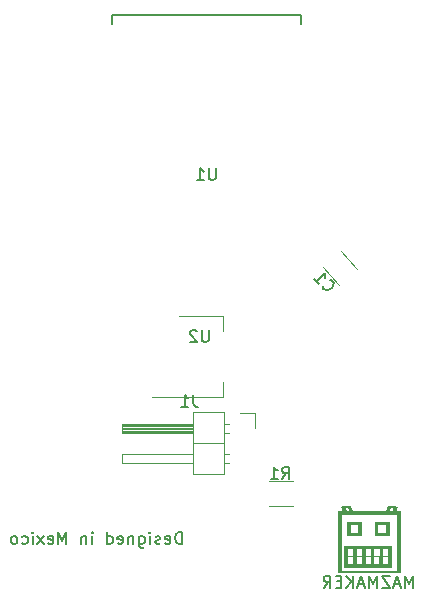
<source format=gbo>
G04 #@! TF.GenerationSoftware,KiCad,Pcbnew,(2017-05-14 revision 14bb238b3)-makepkg*
G04 #@! TF.CreationDate,2017-07-12T11:42:09-06:00*
G04 #@! TF.ProjectId,001,3030312E6B696361645F706362000000,rev?*
G04 #@! TF.FileFunction,Legend,Bot*
G04 #@! TF.FilePolarity,Positive*
%FSLAX46Y46*%
G04 Gerber Fmt 4.6, Leading zero omitted, Abs format (unit mm)*
G04 Created by KiCad (PCBNEW (2017-05-14 revision 14bb238b3)-makepkg) date 07/12/17 11:42:09*
%MOMM*%
%LPD*%
G01*
G04 APERTURE LIST*
%ADD10C,0.100000*%
%ADD11C,0.152400*%
%ADD12C,0.120000*%
%ADD13C,0.010000*%
%ADD14C,0.150000*%
G04 APERTURE END LIST*
D10*
D11*
X128193361Y-104653179D02*
X128193361Y-103637179D01*
X127951457Y-103637179D01*
X127806314Y-103685560D01*
X127709552Y-103782321D01*
X127661171Y-103879083D01*
X127612790Y-104072607D01*
X127612790Y-104217750D01*
X127661171Y-104411274D01*
X127709552Y-104508036D01*
X127806314Y-104604798D01*
X127951457Y-104653179D01*
X128193361Y-104653179D01*
X126790314Y-104604798D02*
X126887076Y-104653179D01*
X127080600Y-104653179D01*
X127177361Y-104604798D01*
X127225742Y-104508036D01*
X127225742Y-104120988D01*
X127177361Y-104024226D01*
X127080600Y-103975845D01*
X126887076Y-103975845D01*
X126790314Y-104024226D01*
X126741933Y-104120988D01*
X126741933Y-104217750D01*
X127225742Y-104314512D01*
X126354885Y-104604798D02*
X126258123Y-104653179D01*
X126064600Y-104653179D01*
X125967838Y-104604798D01*
X125919457Y-104508036D01*
X125919457Y-104459655D01*
X125967838Y-104362893D01*
X126064600Y-104314512D01*
X126209742Y-104314512D01*
X126306504Y-104266131D01*
X126354885Y-104169369D01*
X126354885Y-104120988D01*
X126306504Y-104024226D01*
X126209742Y-103975845D01*
X126064600Y-103975845D01*
X125967838Y-104024226D01*
X125484028Y-104653179D02*
X125484028Y-103975845D01*
X125484028Y-103637179D02*
X125532409Y-103685560D01*
X125484028Y-103733940D01*
X125435647Y-103685560D01*
X125484028Y-103637179D01*
X125484028Y-103733940D01*
X124564790Y-103975845D02*
X124564790Y-104798321D01*
X124613171Y-104895083D01*
X124661552Y-104943464D01*
X124758314Y-104991845D01*
X124903457Y-104991845D01*
X125000219Y-104943464D01*
X124564790Y-104604798D02*
X124661552Y-104653179D01*
X124855076Y-104653179D01*
X124951838Y-104604798D01*
X125000219Y-104556417D01*
X125048600Y-104459655D01*
X125048600Y-104169369D01*
X125000219Y-104072607D01*
X124951838Y-104024226D01*
X124855076Y-103975845D01*
X124661552Y-103975845D01*
X124564790Y-104024226D01*
X124080980Y-103975845D02*
X124080980Y-104653179D01*
X124080980Y-104072607D02*
X124032600Y-104024226D01*
X123935838Y-103975845D01*
X123790695Y-103975845D01*
X123693933Y-104024226D01*
X123645552Y-104120988D01*
X123645552Y-104653179D01*
X122774695Y-104604798D02*
X122871457Y-104653179D01*
X123064980Y-104653179D01*
X123161742Y-104604798D01*
X123210123Y-104508036D01*
X123210123Y-104120988D01*
X123161742Y-104024226D01*
X123064980Y-103975845D01*
X122871457Y-103975845D01*
X122774695Y-104024226D01*
X122726314Y-104120988D01*
X122726314Y-104217750D01*
X123210123Y-104314512D01*
X121855457Y-104653179D02*
X121855457Y-103637179D01*
X121855457Y-104604798D02*
X121952219Y-104653179D01*
X122145742Y-104653179D01*
X122242504Y-104604798D01*
X122290885Y-104556417D01*
X122339266Y-104459655D01*
X122339266Y-104169369D01*
X122290885Y-104072607D01*
X122242504Y-104024226D01*
X122145742Y-103975845D01*
X121952219Y-103975845D01*
X121855457Y-104024226D01*
X120597552Y-104653179D02*
X120597552Y-103975845D01*
X120597552Y-103637179D02*
X120645933Y-103685560D01*
X120597552Y-103733940D01*
X120549171Y-103685560D01*
X120597552Y-103637179D01*
X120597552Y-103733940D01*
X120113742Y-103975845D02*
X120113742Y-104653179D01*
X120113742Y-104072607D02*
X120065361Y-104024226D01*
X119968600Y-103975845D01*
X119823457Y-103975845D01*
X119726695Y-104024226D01*
X119678314Y-104120988D01*
X119678314Y-104653179D01*
X118420409Y-104653179D02*
X118420409Y-103637179D01*
X118081742Y-104362893D01*
X117743076Y-103637179D01*
X117743076Y-104653179D01*
X116872219Y-104604798D02*
X116968980Y-104653179D01*
X117162504Y-104653179D01*
X117259266Y-104604798D01*
X117307647Y-104508036D01*
X117307647Y-104120988D01*
X117259266Y-104024226D01*
X117162504Y-103975845D01*
X116968980Y-103975845D01*
X116872219Y-104024226D01*
X116823838Y-104120988D01*
X116823838Y-104217750D01*
X117307647Y-104314512D01*
X116485171Y-104653179D02*
X115952980Y-103975845D01*
X116485171Y-103975845D02*
X115952980Y-104653179D01*
X115565933Y-104653179D02*
X115565933Y-103975845D01*
X115565933Y-103637179D02*
X115614314Y-103685560D01*
X115565933Y-103733940D01*
X115517552Y-103685560D01*
X115565933Y-103637179D01*
X115565933Y-103733940D01*
X114646695Y-104604798D02*
X114743457Y-104653179D01*
X114936980Y-104653179D01*
X115033742Y-104604798D01*
X115082123Y-104556417D01*
X115130504Y-104459655D01*
X115130504Y-104169369D01*
X115082123Y-104072607D01*
X115033742Y-104024226D01*
X114936980Y-103975845D01*
X114743457Y-103975845D01*
X114646695Y-104024226D01*
X114066123Y-104653179D02*
X114162885Y-104604798D01*
X114211266Y-104556417D01*
X114259647Y-104459655D01*
X114259647Y-104169369D01*
X114211266Y-104072607D01*
X114162885Y-104024226D01*
X114066123Y-103975845D01*
X113920980Y-103975845D01*
X113824219Y-104024226D01*
X113775838Y-104072607D01*
X113727457Y-104169369D01*
X113727457Y-104459655D01*
X113775838Y-104556417D01*
X113824219Y-104604798D01*
X113920980Y-104653179D01*
X114066123Y-104653179D01*
X147736363Y-108356499D02*
X147736363Y-107340499D01*
X147397697Y-108066213D01*
X147059030Y-107340499D01*
X147059030Y-108356499D01*
X146623601Y-108066213D02*
X146139792Y-108066213D01*
X146720363Y-108356499D02*
X146381697Y-107340499D01*
X146043030Y-108356499D01*
X145801125Y-107340499D02*
X145123792Y-107340499D01*
X145801125Y-108356499D01*
X145123792Y-108356499D01*
X144736744Y-108356499D02*
X144736744Y-107340499D01*
X144398078Y-108066213D01*
X144059411Y-107340499D01*
X144059411Y-108356499D01*
X143623982Y-108066213D02*
X143140173Y-108066213D01*
X143720744Y-108356499D02*
X143382078Y-107340499D01*
X143043411Y-108356499D01*
X142704744Y-108356499D02*
X142704744Y-107340499D01*
X142124173Y-108356499D02*
X142559601Y-107775927D01*
X142124173Y-107340499D02*
X142704744Y-107921070D01*
X141688744Y-107824308D02*
X141350078Y-107824308D01*
X141204935Y-108356499D02*
X141688744Y-108356499D01*
X141688744Y-107340499D01*
X141204935Y-107340499D01*
X140188935Y-108356499D02*
X140527601Y-107872689D01*
X140769506Y-108356499D02*
X140769506Y-107340499D01*
X140382459Y-107340499D01*
X140285697Y-107388880D01*
X140237316Y-107437260D01*
X140188935Y-107534022D01*
X140188935Y-107679165D01*
X140237316Y-107775927D01*
X140285697Y-107824308D01*
X140382459Y-107872689D01*
X140769506Y-107872689D01*
X122254600Y-60632560D02*
X122254600Y-59870560D01*
X122254600Y-59870560D02*
X138256600Y-59870560D01*
X138256600Y-59870560D02*
X138256600Y-60632560D01*
D12*
X141654877Y-79869842D02*
X142993138Y-81356132D01*
X141477123Y-82721158D02*
X140138862Y-81234868D01*
X135588000Y-101466000D02*
X137588000Y-101466000D01*
X137588000Y-99326000D02*
X135588000Y-99326000D01*
X125681000Y-92173100D02*
X131691000Y-92173100D01*
X127931000Y-85353100D02*
X131691000Y-85353100D01*
X131691000Y-92173100D02*
X131691000Y-90913100D01*
X131691000Y-85353100D02*
X131691000Y-86613100D01*
X134391000Y-93563700D02*
X133121000Y-93563700D01*
X134391000Y-94833700D02*
X134391000Y-93563700D01*
X132211000Y-97753700D02*
X131781000Y-97753700D01*
X132211000Y-96993700D02*
X131781000Y-96993700D01*
X123161000Y-96993700D02*
X129161000Y-96993700D01*
X123161000Y-97753700D02*
X123161000Y-96993700D01*
X129161000Y-97753700D02*
X123161000Y-97753700D01*
X129161000Y-96993700D02*
X129161000Y-97753700D01*
X129161000Y-96103700D02*
X131781000Y-96103700D01*
X129161000Y-98703700D02*
X129161000Y-96103700D01*
X131781000Y-98703700D02*
X129161000Y-98703700D01*
X131781000Y-96103700D02*
X131781000Y-98703700D01*
X129161000Y-95173700D02*
X123161000Y-95173700D01*
X129161000Y-95053700D02*
X123161000Y-95053700D01*
X129161000Y-94933700D02*
X123161000Y-94933700D01*
X129161000Y-94813700D02*
X123161000Y-94813700D01*
X129161000Y-94693700D02*
X123161000Y-94693700D01*
X129161000Y-94573700D02*
X123161000Y-94573700D01*
X132211000Y-95213700D02*
X131781000Y-95213700D01*
X132211000Y-94453700D02*
X131781000Y-94453700D01*
X123161000Y-94453700D02*
X129161000Y-94453700D01*
X123161000Y-95213700D02*
X123161000Y-94453700D01*
X129161000Y-95213700D02*
X123161000Y-95213700D01*
X129161000Y-94453700D02*
X129161000Y-95213700D01*
X129161000Y-93503700D02*
X131781000Y-93503700D01*
X129161000Y-96103700D02*
X129161000Y-93503700D01*
X131781000Y-96103700D02*
X129161000Y-96103700D01*
X131781000Y-93503700D02*
X131781000Y-96103700D01*
D13*
G36*
X142181263Y-103928674D02*
X143342406Y-103928674D01*
X143342406Y-102985245D01*
X143124692Y-102985245D01*
X143124692Y-103710960D01*
X142398977Y-103710960D01*
X142398977Y-102985245D01*
X143124692Y-102985245D01*
X143342406Y-102985245D01*
X143342406Y-102767531D01*
X142181263Y-102767531D01*
X142181263Y-103928674D01*
X142181263Y-103928674D01*
G37*
X142181263Y-103928674D02*
X143342406Y-103928674D01*
X143342406Y-102985245D01*
X143124692Y-102985245D01*
X143124692Y-103710960D01*
X142398977Y-103710960D01*
X142398977Y-102985245D01*
X143124692Y-102985245D01*
X143342406Y-102985245D01*
X143342406Y-102767531D01*
X142181263Y-102767531D01*
X142181263Y-103928674D01*
G36*
X144539834Y-103928674D02*
X145700977Y-103928674D01*
X145700977Y-102985245D01*
X145483263Y-102985245D01*
X145483263Y-103710960D01*
X144757549Y-103710960D01*
X144757549Y-102985245D01*
X145483263Y-102985245D01*
X145700977Y-102985245D01*
X145700977Y-102767531D01*
X144539834Y-102767531D01*
X144539834Y-103928674D01*
X144539834Y-103928674D01*
G37*
X144539834Y-103928674D02*
X145700977Y-103928674D01*
X145700977Y-102985245D01*
X145483263Y-102985245D01*
X145483263Y-103710960D01*
X144757549Y-103710960D01*
X144757549Y-102985245D01*
X145483263Y-102985245D01*
X145700977Y-102985245D01*
X145700977Y-102767531D01*
X144539834Y-102767531D01*
X144539834Y-103928674D01*
G36*
X141963549Y-106577531D02*
X145882406Y-106577531D01*
X145882406Y-105706674D01*
X145664692Y-105706674D01*
X145664692Y-106323531D01*
X145156692Y-106323531D01*
X145156692Y-105706674D01*
X144902692Y-105706674D01*
X144902692Y-106323531D01*
X144394692Y-106323531D01*
X144394692Y-105706674D01*
X144176977Y-105706674D01*
X144176977Y-106363133D01*
X143932049Y-106352403D01*
X143687120Y-106341674D01*
X143666152Y-105706674D01*
X143451263Y-105706674D01*
X143451263Y-106359817D01*
X142943263Y-106359817D01*
X142943263Y-105706674D01*
X142689263Y-105706674D01*
X142689263Y-106323531D01*
X142181263Y-106323531D01*
X142181263Y-105706674D01*
X142689263Y-105706674D01*
X142943263Y-105706674D01*
X143451263Y-105706674D01*
X143666152Y-105706674D01*
X144176977Y-105706674D01*
X144394692Y-105706674D01*
X144902692Y-105706674D01*
X145156692Y-105706674D01*
X145664692Y-105706674D01*
X145882406Y-105706674D01*
X145882406Y-105017245D01*
X145664692Y-105017245D01*
X145664692Y-105634103D01*
X145156692Y-105634103D01*
X145156692Y-105017245D01*
X144938977Y-105017245D01*
X144938977Y-105634103D01*
X144394692Y-105634103D01*
X144394692Y-105017245D01*
X144176977Y-105017245D01*
X144176977Y-105634103D01*
X143668977Y-105634103D01*
X143668977Y-105017245D01*
X143451263Y-105017245D01*
X143451263Y-105634103D01*
X142943263Y-105634103D01*
X142943263Y-105017245D01*
X142689263Y-105017245D01*
X142689263Y-105634103D01*
X142181263Y-105634103D01*
X142181263Y-105017245D01*
X142689263Y-105017245D01*
X142943263Y-105017245D01*
X143451263Y-105017245D01*
X143668977Y-105017245D01*
X144176977Y-105017245D01*
X144394692Y-105017245D01*
X144938977Y-105017245D01*
X145156692Y-105017245D01*
X145664692Y-105017245D01*
X145882406Y-105017245D01*
X145882406Y-104799531D01*
X141963549Y-104799531D01*
X141963549Y-106577531D01*
X141963549Y-106577531D01*
G37*
X141963549Y-106577531D02*
X145882406Y-106577531D01*
X145882406Y-105706674D01*
X145664692Y-105706674D01*
X145664692Y-106323531D01*
X145156692Y-106323531D01*
X145156692Y-105706674D01*
X144902692Y-105706674D01*
X144902692Y-106323531D01*
X144394692Y-106323531D01*
X144394692Y-105706674D01*
X144176977Y-105706674D01*
X144176977Y-106363133D01*
X143932049Y-106352403D01*
X143687120Y-106341674D01*
X143666152Y-105706674D01*
X143451263Y-105706674D01*
X143451263Y-106359817D01*
X142943263Y-106359817D01*
X142943263Y-105706674D01*
X142689263Y-105706674D01*
X142689263Y-106323531D01*
X142181263Y-106323531D01*
X142181263Y-105706674D01*
X142689263Y-105706674D01*
X142943263Y-105706674D01*
X143451263Y-105706674D01*
X143666152Y-105706674D01*
X144176977Y-105706674D01*
X144394692Y-105706674D01*
X144902692Y-105706674D01*
X145156692Y-105706674D01*
X145664692Y-105706674D01*
X145882406Y-105706674D01*
X145882406Y-105017245D01*
X145664692Y-105017245D01*
X145664692Y-105634103D01*
X145156692Y-105634103D01*
X145156692Y-105017245D01*
X144938977Y-105017245D01*
X144938977Y-105634103D01*
X144394692Y-105634103D01*
X144394692Y-105017245D01*
X144176977Y-105017245D01*
X144176977Y-105634103D01*
X143668977Y-105634103D01*
X143668977Y-105017245D01*
X143451263Y-105017245D01*
X143451263Y-105634103D01*
X142943263Y-105634103D01*
X142943263Y-105017245D01*
X142689263Y-105017245D01*
X142689263Y-105634103D01*
X142181263Y-105634103D01*
X142181263Y-105017245D01*
X142689263Y-105017245D01*
X142943263Y-105017245D01*
X143451263Y-105017245D01*
X143668977Y-105017245D01*
X144176977Y-105017245D01*
X144394692Y-105017245D01*
X144938977Y-105017245D01*
X145156692Y-105017245D01*
X145664692Y-105017245D01*
X145882406Y-105017245D01*
X145882406Y-104799531D01*
X141963549Y-104799531D01*
X141963549Y-106577531D01*
G36*
X145530923Y-101651745D02*
X145428835Y-101842245D01*
X142616321Y-101861241D01*
X142606296Y-101840800D01*
X142362692Y-101840800D01*
X142330566Y-101853312D01*
X142250759Y-101860026D01*
X142224269Y-101860388D01*
X142127810Y-101851776D01*
X142070316Y-101812420D01*
X142025525Y-101733892D01*
X141965204Y-101607396D01*
X142076605Y-101549788D01*
X142153497Y-101514400D01*
X142196376Y-101502953D01*
X142198318Y-101503927D01*
X142222952Y-101545401D01*
X142263988Y-101624921D01*
X142309136Y-101717304D01*
X142346109Y-101797365D01*
X142362620Y-101839922D01*
X142362692Y-101840800D01*
X142606296Y-101840800D01*
X142518233Y-101661243D01*
X142420145Y-101461246D01*
X142066988Y-101461246D01*
X141913874Y-101464632D01*
X141789458Y-101473740D01*
X141710605Y-101486994D01*
X141692175Y-101496287D01*
X141694231Y-101547176D01*
X141724731Y-101634519D01*
X141744462Y-101676270D01*
X141789095Y-101767754D01*
X141815412Y-101829424D01*
X141818406Y-101840800D01*
X141785580Y-101851530D01*
X141700907Y-101858645D01*
X141618834Y-101860388D01*
X141419263Y-101860388D01*
X141419263Y-107012960D01*
X146644406Y-107012960D01*
X146644406Y-102078103D01*
X146390406Y-102078103D01*
X146390406Y-106904103D01*
X141636977Y-106904103D01*
X141636977Y-102078103D01*
X146390406Y-102078103D01*
X146644406Y-102078103D01*
X146644406Y-101860388D01*
X146249344Y-101860388D01*
X146321758Y-101696684D01*
X146347607Y-101627265D01*
X146100120Y-101627265D01*
X146085059Y-101669393D01*
X146048432Y-101746190D01*
X146044760Y-101753333D01*
X145995959Y-101824942D01*
X145930392Y-101855117D01*
X145845188Y-101860388D01*
X145754603Y-101856013D01*
X145704489Y-101845093D01*
X145700977Y-101840800D01*
X145715709Y-101801595D01*
X145751713Y-101723229D01*
X145796701Y-101630883D01*
X145838385Y-101549742D01*
X145864477Y-101504988D01*
X145865351Y-101503927D01*
X145900689Y-101510249D01*
X145969061Y-101540920D01*
X146042368Y-101581178D01*
X146092514Y-101616262D01*
X146100120Y-101627265D01*
X146347607Y-101627265D01*
X146359682Y-101594838D01*
X146375225Y-101518675D01*
X146372005Y-101497113D01*
X146328435Y-101481877D01*
X146229064Y-101469856D01*
X146090642Y-101462627D01*
X145991425Y-101461246D01*
X145633012Y-101461246D01*
X145530923Y-101651745D01*
X145530923Y-101651745D01*
G37*
X145530923Y-101651745D02*
X145428835Y-101842245D01*
X142616321Y-101861241D01*
X142606296Y-101840800D01*
X142362692Y-101840800D01*
X142330566Y-101853312D01*
X142250759Y-101860026D01*
X142224269Y-101860388D01*
X142127810Y-101851776D01*
X142070316Y-101812420D01*
X142025525Y-101733892D01*
X141965204Y-101607396D01*
X142076605Y-101549788D01*
X142153497Y-101514400D01*
X142196376Y-101502953D01*
X142198318Y-101503927D01*
X142222952Y-101545401D01*
X142263988Y-101624921D01*
X142309136Y-101717304D01*
X142346109Y-101797365D01*
X142362620Y-101839922D01*
X142362692Y-101840800D01*
X142606296Y-101840800D01*
X142518233Y-101661243D01*
X142420145Y-101461246D01*
X142066988Y-101461246D01*
X141913874Y-101464632D01*
X141789458Y-101473740D01*
X141710605Y-101486994D01*
X141692175Y-101496287D01*
X141694231Y-101547176D01*
X141724731Y-101634519D01*
X141744462Y-101676270D01*
X141789095Y-101767754D01*
X141815412Y-101829424D01*
X141818406Y-101840800D01*
X141785580Y-101851530D01*
X141700907Y-101858645D01*
X141618834Y-101860388D01*
X141419263Y-101860388D01*
X141419263Y-107012960D01*
X146644406Y-107012960D01*
X146644406Y-102078103D01*
X146390406Y-102078103D01*
X146390406Y-106904103D01*
X141636977Y-106904103D01*
X141636977Y-102078103D01*
X146390406Y-102078103D01*
X146644406Y-102078103D01*
X146644406Y-101860388D01*
X146249344Y-101860388D01*
X146321758Y-101696684D01*
X146347607Y-101627265D01*
X146100120Y-101627265D01*
X146085059Y-101669393D01*
X146048432Y-101746190D01*
X146044760Y-101753333D01*
X145995959Y-101824942D01*
X145930392Y-101855117D01*
X145845188Y-101860388D01*
X145754603Y-101856013D01*
X145704489Y-101845093D01*
X145700977Y-101840800D01*
X145715709Y-101801595D01*
X145751713Y-101723229D01*
X145796701Y-101630883D01*
X145838385Y-101549742D01*
X145864477Y-101504988D01*
X145865351Y-101503927D01*
X145900689Y-101510249D01*
X145969061Y-101540920D01*
X146042368Y-101581178D01*
X146092514Y-101616262D01*
X146100120Y-101627265D01*
X146347607Y-101627265D01*
X146359682Y-101594838D01*
X146375225Y-101518675D01*
X146372005Y-101497113D01*
X146328435Y-101481877D01*
X146229064Y-101469856D01*
X146090642Y-101462627D01*
X145991425Y-101461246D01*
X145633012Y-101461246D01*
X145530923Y-101651745D01*
D14*
X131057664Y-72835700D02*
X131057664Y-73645224D01*
X131010045Y-73740462D01*
X130962426Y-73788081D01*
X130867188Y-73835700D01*
X130676712Y-73835700D01*
X130581474Y-73788081D01*
X130533855Y-73740462D01*
X130486236Y-73645224D01*
X130486236Y-72835700D01*
X129486236Y-73835700D02*
X130057664Y-73835700D01*
X129771950Y-73835700D02*
X129771950Y-72835700D01*
X129867188Y-72978558D01*
X129962426Y-73073796D01*
X130057664Y-73121415D01*
X140111609Y-82829311D02*
X140108085Y-82896562D01*
X140168287Y-83034589D01*
X140232014Y-83105365D01*
X140362992Y-83179665D01*
X140497494Y-83186714D01*
X140600133Y-83158375D01*
X140773548Y-83066310D01*
X140879712Y-82970720D01*
X140989400Y-82807878D01*
X141028312Y-82708764D01*
X141035361Y-82574261D01*
X140975159Y-82436234D01*
X140911432Y-82365459D01*
X140780454Y-82291159D01*
X140713203Y-82287634D01*
X139403566Y-82185281D02*
X139785927Y-82609935D01*
X139594747Y-82397608D02*
X140337891Y-81728477D01*
X140295455Y-81894843D01*
X140288406Y-82029346D01*
X140316745Y-82131985D01*
X136678466Y-99133880D02*
X137011800Y-98657690D01*
X137249895Y-99133880D02*
X137249895Y-98133880D01*
X136868942Y-98133880D01*
X136773704Y-98181500D01*
X136726085Y-98229119D01*
X136678466Y-98324357D01*
X136678466Y-98467214D01*
X136726085Y-98562452D01*
X136773704Y-98610071D01*
X136868942Y-98657690D01*
X137249895Y-98657690D01*
X135726085Y-99133880D02*
X136297514Y-99133880D01*
X136011800Y-99133880D02*
X136011800Y-98133880D01*
X136107038Y-98276738D01*
X136202276Y-98371976D01*
X136297514Y-98419595D01*
X130454004Y-86551780D02*
X130454004Y-87361304D01*
X130406385Y-87456542D01*
X130358766Y-87504161D01*
X130263528Y-87551780D01*
X130073052Y-87551780D01*
X129977814Y-87504161D01*
X129930195Y-87456542D01*
X129882576Y-87361304D01*
X129882576Y-86551780D01*
X129454004Y-86647019D02*
X129406385Y-86599400D01*
X129311147Y-86551780D01*
X129073052Y-86551780D01*
X128977814Y-86599400D01*
X128930195Y-86647019D01*
X128882576Y-86742257D01*
X128882576Y-86837495D01*
X128930195Y-86980352D01*
X129501623Y-87551780D01*
X128882576Y-87551780D01*
X129139333Y-92016080D02*
X129139333Y-92730366D01*
X129186952Y-92873223D01*
X129282190Y-92968461D01*
X129425047Y-93016080D01*
X129520285Y-93016080D01*
X128139333Y-93016080D02*
X128710761Y-93016080D01*
X128425047Y-93016080D02*
X128425047Y-92016080D01*
X128520285Y-92158938D01*
X128615523Y-92254176D01*
X128710761Y-92301795D01*
M02*

</source>
